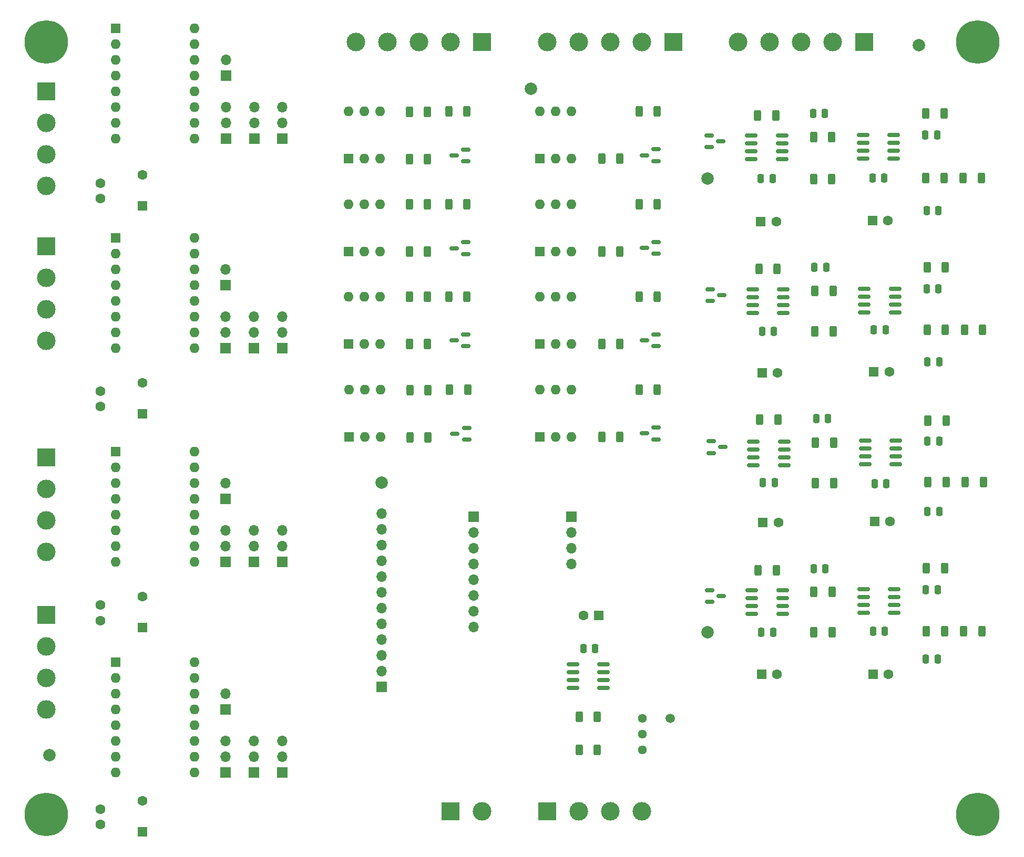
<source format=gbr>
%TF.GenerationSoftware,KiCad,Pcbnew,6.0.2+dfsg-1*%
%TF.CreationDate,2025-02-18T10:21:26-03:00*%
%TF.ProjectId,modulo_remoteapi_v1_1,6d6f6475-6c6f-45f7-9265-6d6f74656170,rev?*%
%TF.SameCoordinates,Original*%
%TF.FileFunction,Soldermask,Top*%
%TF.FilePolarity,Negative*%
%FSLAX46Y46*%
G04 Gerber Fmt 4.6, Leading zero omitted, Abs format (unit mm)*
G04 Created by KiCad (PCBNEW 6.0.2+dfsg-1) date 2025-02-18 10:21:26*
%MOMM*%
%LPD*%
G01*
G04 APERTURE LIST*
G04 Aperture macros list*
%AMRoundRect*
0 Rectangle with rounded corners*
0 $1 Rounding radius*
0 $2 $3 $4 $5 $6 $7 $8 $9 X,Y pos of 4 corners*
0 Add a 4 corners polygon primitive as box body*
4,1,4,$2,$3,$4,$5,$6,$7,$8,$9,$2,$3,0*
0 Add four circle primitives for the rounded corners*
1,1,$1+$1,$2,$3*
1,1,$1+$1,$4,$5*
1,1,$1+$1,$6,$7*
1,1,$1+$1,$8,$9*
0 Add four rect primitives between the rounded corners*
20,1,$1+$1,$2,$3,$4,$5,0*
20,1,$1+$1,$4,$5,$6,$7,0*
20,1,$1+$1,$6,$7,$8,$9,0*
20,1,$1+$1,$8,$9,$2,$3,0*%
G04 Aperture macros list end*
%ADD10RoundRect,0.250000X0.250000X0.475000X-0.250000X0.475000X-0.250000X-0.475000X0.250000X-0.475000X0*%
%ADD11RoundRect,0.150000X0.825000X0.150000X-0.825000X0.150000X-0.825000X-0.150000X0.825000X-0.150000X0*%
%ADD12C,2.000000*%
%ADD13C,7.000000*%
%ADD14R,1.600000X1.600000*%
%ADD15C,1.600000*%
%ADD16R,1.700000X1.700000*%
%ADD17O,1.700000X1.700000*%
%ADD18RoundRect,0.150000X-0.587500X-0.150000X0.587500X-0.150000X0.587500X0.150000X-0.587500X0.150000X0*%
%ADD19R,3.000000X3.000000*%
%ADD20C,3.000000*%
%ADD21O,1.600000X1.600000*%
%ADD22RoundRect,0.250000X0.312500X0.625000X-0.312500X0.625000X-0.312500X-0.625000X0.312500X-0.625000X0*%
%ADD23RoundRect,0.250000X-0.312500X-0.625000X0.312500X-0.625000X0.312500X0.625000X-0.312500X0.625000X0*%
%ADD24RoundRect,0.150000X0.587500X0.150000X-0.587500X0.150000X-0.587500X-0.150000X0.587500X-0.150000X0*%
%ADD25RoundRect,0.250000X-0.250000X-0.475000X0.250000X-0.475000X0.250000X0.475000X-0.250000X0.475000X0*%
%ADD26C,1.440000*%
%ADD27RoundRect,0.150000X-0.825000X-0.150000X0.825000X-0.150000X0.825000X0.150000X-0.825000X0.150000X0*%
%ADD28C,1.500000*%
G04 APERTURE END LIST*
D10*
%TO.C,C24*%
X-171220000Y-78075000D03*
X-173120000Y-78075000D03*
%TD*%
D11*
%TO.C,U2*%
X-178195000Y-94560000D03*
X-178195000Y-93290000D03*
X-178195000Y-92020000D03*
X-178195000Y-90750000D03*
X-183145000Y-90750000D03*
X-183145000Y-92020000D03*
X-183145000Y-93290000D03*
X-183145000Y-94560000D03*
%TD*%
D12*
%TO.C,FID5*%
X-208500000Y-48530000D03*
%TD*%
D13*
%TO.C,H1*%
X-315065000Y-26500000D03*
%TD*%
D14*
%TO.C,C21*%
X-199970000Y-55420000D03*
D15*
X-197470000Y-55420000D03*
%TD*%
D16*
%TO.C,J7*%
X-286130000Y-110280000D03*
D17*
X-286130000Y-107740000D03*
X-286130000Y-105200000D03*
%TD*%
D18*
%TO.C,D2*%
X-207955834Y-90850000D03*
X-207955834Y-92750000D03*
X-206080834Y-91800000D03*
%TD*%
D19*
%TO.C,J23*%
X-315065000Y-59440000D03*
D20*
X-315065000Y-64520000D03*
X-315065000Y-69600000D03*
X-315065000Y-74680000D03*
%TD*%
D14*
%TO.C,U11*%
X-266381666Y-60266666D03*
D21*
X-263841666Y-60266666D03*
X-261301666Y-60266666D03*
X-261301666Y-52646666D03*
X-263841666Y-52646666D03*
X-266381666Y-52646666D03*
%TD*%
D11*
%TO.C,U4*%
X-196195000Y-94705000D03*
X-196195000Y-93435000D03*
X-196195000Y-92165000D03*
X-196195000Y-90895000D03*
X-201145000Y-90895000D03*
X-201145000Y-92165000D03*
X-201145000Y-93435000D03*
X-201145000Y-94705000D03*
%TD*%
D22*
%TO.C,R40*%
X-222630834Y-60266666D03*
X-225555834Y-60266666D03*
%TD*%
%TO.C,R26*%
X-226292500Y-140600000D03*
X-229217500Y-140600000D03*
%TD*%
D18*
%TO.C,D4*%
X-208085834Y-66350000D03*
X-208085834Y-68250000D03*
X-206210834Y-67300000D03*
%TD*%
D16*
%TO.C,J25*%
X-286130000Y-134080000D03*
D17*
X-286130000Y-131540000D03*
%TD*%
D11*
%TO.C,U8*%
X-196325000Y-70205000D03*
X-196325000Y-68935000D03*
X-196325000Y-67665000D03*
X-196325000Y-66395000D03*
X-201275000Y-66395000D03*
X-201275000Y-67665000D03*
X-201275000Y-68935000D03*
X-201275000Y-70205000D03*
%TD*%
D10*
%TO.C,C10*%
X-171220000Y-102175000D03*
X-173120000Y-102175000D03*
%TD*%
D23*
%TO.C,R25*%
X-229217500Y-135300000D03*
X-226292500Y-135300000D03*
%TD*%
D15*
%TO.C,C6*%
X-306340000Y-51750000D03*
X-306340000Y-49250000D03*
%TD*%
D22*
%TO.C,R31*%
X-253537500Y-82588333D03*
X-256462500Y-82588333D03*
%TD*%
D16*
%TO.C,J4*%
X-281565000Y-144280000D03*
D17*
X-281565000Y-141740000D03*
X-281565000Y-139200000D03*
%TD*%
D14*
%TO.C,U12*%
X-266381666Y-75144999D03*
D21*
X-263841666Y-75144999D03*
X-261301666Y-75144999D03*
X-261301666Y-67524999D03*
X-263841666Y-67524999D03*
X-266381666Y-67524999D03*
%TD*%
D19*
%TO.C,J24*%
X-315065000Y-93460000D03*
D20*
X-315065000Y-98540000D03*
X-315065000Y-103620000D03*
X-315065000Y-108700000D03*
%TD*%
D16*
%TO.C,J6*%
X-277065000Y-144280000D03*
D17*
X-277065000Y-141740000D03*
X-277065000Y-139200000D03*
%TD*%
D11*
%TO.C,U1*%
X-178525000Y-45260000D03*
X-178525000Y-43990000D03*
X-178525000Y-42720000D03*
X-178525000Y-41450000D03*
X-183475000Y-41450000D03*
X-183475000Y-42720000D03*
X-183475000Y-43990000D03*
X-183475000Y-45260000D03*
%TD*%
D15*
%TO.C,C1*%
X-306340000Y-85250000D03*
X-306340000Y-82750000D03*
%TD*%
D14*
%TO.C,C8*%
X-299565000Y-52902651D03*
D15*
X-299565000Y-47902651D03*
%TD*%
D11*
%TO.C,U7*%
X-196455000Y-118705000D03*
X-196455000Y-117435000D03*
X-196455000Y-116165000D03*
X-196455000Y-114895000D03*
X-201405000Y-114895000D03*
X-201405000Y-116165000D03*
X-201405000Y-117435000D03*
X-201405000Y-118705000D03*
%TD*%
D16*
%TO.C,J10*%
X-286065000Y-42050000D03*
D17*
X-286065000Y-39510000D03*
X-286065000Y-36970000D03*
%TD*%
D24*
%TO.C,Q7*%
X-216795834Y-75514999D03*
X-216795834Y-73614999D03*
X-218670834Y-74564999D03*
%TD*%
D25*
%TO.C,C20*%
X-199620000Y-97550000D03*
X-197720000Y-97550000D03*
%TD*%
%TO.C,C33*%
X-199880000Y-121635000D03*
X-197980000Y-121635000D03*
%TD*%
D22*
%TO.C,R11*%
X-197537500Y-38300000D03*
X-200462500Y-38300000D03*
%TD*%
D14*
%TO.C,C30*%
X-181750000Y-79655000D03*
D15*
X-179250000Y-79655000D03*
%TD*%
D14*
%TO.C,C29*%
X-181880000Y-128395000D03*
D15*
X-179380000Y-128395000D03*
%TD*%
D11*
%TO.C,U6*%
X-178325000Y-70060000D03*
X-178325000Y-68790000D03*
X-178325000Y-67520000D03*
X-178325000Y-66250000D03*
X-183275000Y-66250000D03*
X-183275000Y-67520000D03*
X-183275000Y-68790000D03*
X-183275000Y-70060000D03*
%TD*%
D12*
%TO.C,FID4*%
X-261000000Y-97500000D03*
%TD*%
D10*
%TO.C,C12*%
X-171220000Y-90805000D03*
X-173120000Y-90805000D03*
%TD*%
D24*
%TO.C,Q1*%
X-247342500Y-90578333D03*
X-247342500Y-88678333D03*
X-249217500Y-89628333D03*
%TD*%
D14*
%TO.C,C7*%
X-299565000Y-120902651D03*
D15*
X-299565000Y-115902651D03*
%TD*%
D14*
%TO.C,U16*%
X-235525000Y-75144999D03*
D21*
X-232985000Y-75144999D03*
X-230445000Y-75144999D03*
X-230445000Y-67524999D03*
X-232985000Y-67524999D03*
X-235525000Y-67524999D03*
%TD*%
D22*
%TO.C,R2*%
X-164090000Y-97415000D03*
X-167015000Y-97415000D03*
%TD*%
D24*
%TO.C,Q5*%
X-216795834Y-90543333D03*
X-216795834Y-88643333D03*
X-218670834Y-89593333D03*
%TD*%
D14*
%TO.C,C4*%
X-299565000Y-153800302D03*
D15*
X-299565000Y-148800302D03*
%TD*%
D10*
%TO.C,C17*%
X-189630000Y-38040000D03*
X-191530000Y-38040000D03*
%TD*%
D19*
%TO.C,J21*%
X-249951666Y-150500000D03*
D20*
X-244871666Y-150500000D03*
%TD*%
D22*
%TO.C,R4*%
X-170127500Y-97415000D03*
X-173052500Y-97415000D03*
%TD*%
D16*
%TO.C,J5*%
X-277065000Y-75890000D03*
D17*
X-277065000Y-73350000D03*
X-277065000Y-70810000D03*
%TD*%
D16*
%TO.C,J8*%
X-281565000Y-110280000D03*
D17*
X-281565000Y-107740000D03*
X-281565000Y-105200000D03*
%TD*%
D14*
%TO.C,C16*%
X-181620000Y-103785000D03*
D15*
X-179120000Y-103785000D03*
%TD*%
D14*
%TO.C,C36*%
X-199750000Y-79800000D03*
D15*
X-197250000Y-79800000D03*
%TD*%
D23*
%TO.C,R9*%
X-191462500Y-48550000D03*
X-188537500Y-48550000D03*
%TD*%
D24*
%TO.C,Q6*%
X-216795834Y-60636666D03*
X-216795834Y-58736666D03*
X-218670834Y-59686666D03*
%TD*%
D14*
%TO.C,C35*%
X-199842379Y-128395000D03*
D15*
X-197342379Y-128395000D03*
%TD*%
D13*
%TO.C,H4*%
X-165000000Y-151000000D03*
%TD*%
D19*
%TO.C,J20*%
X-315065000Y-34430000D03*
D20*
X-315065000Y-39510000D03*
X-315065000Y-44590000D03*
X-315065000Y-49670000D03*
%TD*%
D13*
%TO.C,H2*%
X-165000000Y-26500000D03*
%TD*%
D23*
%TO.C,R10*%
X-191132500Y-97570000D03*
X-188207500Y-97570000D03*
%TD*%
D13*
%TO.C,H3*%
X-315065000Y-151000000D03*
%TD*%
D14*
%TO.C,U17*%
X-235525000Y-45323333D03*
D21*
X-232985000Y-45323333D03*
X-230445000Y-45323333D03*
X-230445000Y-37703333D03*
X-232985000Y-37703333D03*
X-235525000Y-37703333D03*
%TD*%
D22*
%TO.C,R20*%
X-188337500Y-66600000D03*
X-191262500Y-66600000D03*
%TD*%
D14*
%TO.C,C3*%
X-299565000Y-86402651D03*
D15*
X-299565000Y-81402651D03*
%TD*%
D14*
%TO.C,C15*%
X-181970000Y-55275000D03*
D15*
X-179470000Y-55275000D03*
%TD*%
D14*
%TO.C,A1*%
X-303905000Y-58110000D03*
D21*
X-303905000Y-60650000D03*
X-303905000Y-63190000D03*
X-303905000Y-65730000D03*
X-303905000Y-68270000D03*
X-303905000Y-70810000D03*
X-303905000Y-73350000D03*
X-303905000Y-75890000D03*
X-291205000Y-75890000D03*
X-291205000Y-73350000D03*
X-291205000Y-70810000D03*
X-291205000Y-68270000D03*
X-291205000Y-65730000D03*
X-291205000Y-63190000D03*
X-291205000Y-60650000D03*
X-291205000Y-58110000D03*
%TD*%
D23*
%TO.C,R22*%
X-191262500Y-73170000D03*
X-188337500Y-73170000D03*
%TD*%
%TO.C,R34*%
X-250202500Y-37703333D03*
X-247277500Y-37703333D03*
%TD*%
D14*
%TO.C,U15*%
X-235525000Y-60266666D03*
D21*
X-232985000Y-60266666D03*
X-230445000Y-60266666D03*
X-230445000Y-52646666D03*
X-232985000Y-52646666D03*
X-235525000Y-52646666D03*
%TD*%
D22*
%TO.C,R23*%
X-197467500Y-111635000D03*
X-200392500Y-111635000D03*
%TD*%
%TO.C,R5*%
X-170457500Y-38025000D03*
X-173382500Y-38025000D03*
%TD*%
%TO.C,R30*%
X-253637500Y-60301666D03*
X-256562500Y-60301666D03*
%TD*%
D14*
%TO.C,A3*%
X-303905000Y-92500000D03*
D21*
X-303905000Y-95040000D03*
X-303905000Y-97580000D03*
X-303905000Y-100120000D03*
X-303905000Y-102660000D03*
X-303905000Y-105200000D03*
X-303905000Y-107740000D03*
X-303905000Y-110280000D03*
X-291205000Y-110280000D03*
X-291205000Y-107740000D03*
X-291205000Y-105200000D03*
X-291205000Y-102660000D03*
X-291205000Y-100120000D03*
X-291205000Y-97580000D03*
X-291205000Y-95040000D03*
X-291205000Y-92500000D03*
%TD*%
D22*
%TO.C,R1*%
X-164420000Y-48395000D03*
X-167345000Y-48395000D03*
%TD*%
D24*
%TO.C,Q8*%
X-216795834Y-45693333D03*
X-216795834Y-43793333D03*
X-218670834Y-44743333D03*
%TD*%
D10*
%TO.C,C31*%
X-189560000Y-111375000D03*
X-191460000Y-111375000D03*
%TD*%
D14*
%TO.C,A4*%
X-303840000Y-24270000D03*
D21*
X-303840000Y-26810000D03*
X-303840000Y-29350000D03*
X-303840000Y-31890000D03*
X-303840000Y-34430000D03*
X-303840000Y-36970000D03*
X-303840000Y-39510000D03*
X-303840000Y-42050000D03*
X-291140000Y-42050000D03*
X-291140000Y-39510000D03*
X-291140000Y-36970000D03*
X-291140000Y-34430000D03*
X-291140000Y-31890000D03*
X-291140000Y-29350000D03*
X-291140000Y-26810000D03*
X-291140000Y-24270000D03*
%TD*%
D19*
%TO.C,J16*%
X-234335000Y-150500000D03*
D20*
X-229255000Y-150500000D03*
X-224175000Y-150500000D03*
X-219095000Y-150500000D03*
%TD*%
D10*
%TO.C,C23*%
X-171480000Y-126010000D03*
X-173380000Y-126010000D03*
%TD*%
D14*
%TO.C,C22*%
X-199620000Y-103930000D03*
D15*
X-197120000Y-103930000D03*
%TD*%
D14*
%TO.C,C38*%
X-226030000Y-118945000D03*
D15*
X-228530000Y-118945000D03*
%TD*%
D14*
%TO.C,A2*%
X-303905000Y-126500000D03*
D21*
X-303905000Y-129040000D03*
X-303905000Y-131580000D03*
X-303905000Y-134120000D03*
X-303905000Y-136660000D03*
X-303905000Y-139200000D03*
X-303905000Y-141740000D03*
X-303905000Y-144280000D03*
X-291205000Y-144280000D03*
X-291205000Y-141740000D03*
X-291205000Y-139200000D03*
X-291205000Y-136660000D03*
X-291205000Y-134120000D03*
X-291205000Y-131580000D03*
X-291205000Y-129040000D03*
X-291205000Y-126500000D03*
%TD*%
D25*
%TO.C,C28*%
X-181750000Y-72905000D03*
X-179850000Y-72905000D03*
%TD*%
D22*
%TO.C,R36*%
X-253637500Y-45358333D03*
X-256562500Y-45358333D03*
%TD*%
D14*
%TO.C,U10*%
X-266281666Y-90173333D03*
D21*
X-263741666Y-90173333D03*
X-261201666Y-90173333D03*
X-261201666Y-82553333D03*
X-263741666Y-82553333D03*
X-266281666Y-82553333D03*
%TD*%
D14*
%TO.C,U13*%
X-266381666Y-45323333D03*
D21*
X-263841666Y-45323333D03*
X-261301666Y-45323333D03*
X-261301666Y-37703333D03*
X-263841666Y-37703333D03*
X-266381666Y-37703333D03*
%TD*%
D25*
%TO.C,C27*%
X-181880000Y-121490000D03*
X-179980000Y-121490000D03*
%TD*%
D16*
%TO.C,J28*%
X-286065000Y-31890000D03*
D17*
X-286065000Y-29350000D03*
%TD*%
D15*
%TO.C,C2*%
X-306340000Y-152647651D03*
X-306340000Y-150147651D03*
%TD*%
D22*
%TO.C,R35*%
X-253637500Y-75179999D03*
X-256562500Y-75179999D03*
%TD*%
D10*
%TO.C,C32*%
X-189430000Y-62790000D03*
X-191330000Y-62790000D03*
%TD*%
D16*
%TO.C,J3*%
X-281565000Y-75890000D03*
D17*
X-281565000Y-73350000D03*
X-281565000Y-70810000D03*
%TD*%
D12*
%TO.C,FID1*%
X-174500000Y-27000000D03*
%TD*%
D23*
%TO.C,R41*%
X-219555834Y-82553333D03*
X-216630834Y-82553333D03*
%TD*%
D10*
%TO.C,C25*%
X-171480000Y-114805000D03*
X-173380000Y-114805000D03*
%TD*%
D19*
%TO.C,J22*%
X-315000000Y-118880000D03*
D20*
X-315000000Y-123960000D03*
X-315000000Y-129040000D03*
X-315000000Y-134120000D03*
%TD*%
D14*
%TO.C,U14*%
X-235525000Y-90173333D03*
D21*
X-232985000Y-90173333D03*
X-230445000Y-90173333D03*
X-230445000Y-82553333D03*
X-232985000Y-82553333D03*
X-235525000Y-82553333D03*
%TD*%
D10*
%TO.C,C11*%
X-171550000Y-41505000D03*
X-173450000Y-41505000D03*
%TD*%
D22*
%TO.C,R44*%
X-222630834Y-45323333D03*
X-225555834Y-45323333D03*
%TD*%
D16*
%TO.C,J15*%
X-261000000Y-130475000D03*
D17*
X-261000000Y-127935000D03*
X-261000000Y-125395000D03*
X-261000000Y-122855000D03*
X-261000000Y-120315000D03*
X-261000000Y-117775000D03*
X-261000000Y-115235000D03*
X-261000000Y-112695000D03*
X-261000000Y-110155000D03*
X-261000000Y-107615000D03*
X-261000000Y-105075000D03*
X-261000000Y-102535000D03*
%TD*%
D22*
%TO.C,R19*%
X-188467500Y-115100000D03*
X-191392500Y-115100000D03*
%TD*%
%TO.C,R7*%
X-188537500Y-41800000D03*
X-191462500Y-41800000D03*
%TD*%
D25*
%TO.C,C14*%
X-181620000Y-97710000D03*
X-179720000Y-97710000D03*
%TD*%
D16*
%TO.C,J9*%
X-277065000Y-110280000D03*
D17*
X-277065000Y-107740000D03*
X-277065000Y-105200000D03*
%TD*%
D22*
%TO.C,R39*%
X-222630834Y-90173333D03*
X-225555834Y-90173333D03*
%TD*%
%TO.C,R18*%
X-170257500Y-62775000D03*
X-173182500Y-62775000D03*
%TD*%
%TO.C,R12*%
X-197207500Y-87370000D03*
X-200132500Y-87370000D03*
%TD*%
D19*
%TO.C,J17*%
X-244871666Y-26500000D03*
D20*
X-249951666Y-26500000D03*
X-255031666Y-26500000D03*
X-260111666Y-26500000D03*
X-265191666Y-26500000D03*
%TD*%
D16*
%TO.C,J2*%
X-286130000Y-144280000D03*
D17*
X-286130000Y-141740000D03*
X-286130000Y-139200000D03*
%TD*%
D22*
%TO.C,R43*%
X-222630834Y-75144999D03*
X-225555834Y-75144999D03*
%TD*%
D10*
%TO.C,C26*%
X-171350000Y-66305000D03*
X-173250000Y-66305000D03*
%TD*%
D22*
%TO.C,R24*%
X-197337500Y-63050000D03*
X-200262500Y-63050000D03*
%TD*%
D16*
%TO.C,J12*%
X-277000000Y-42050000D03*
D17*
X-277000000Y-39510000D03*
X-277000000Y-36970000D03*
%TD*%
D10*
%TO.C,C37*%
X-226630000Y-124245000D03*
X-228530000Y-124245000D03*
%TD*%
D23*
%TO.C,R33*%
X-250202500Y-67524999D03*
X-247277500Y-67524999D03*
%TD*%
D10*
%TO.C,C18*%
X-189110000Y-87180000D03*
X-191010000Y-87180000D03*
%TD*%
D15*
%TO.C,C5*%
X-306340000Y-119750000D03*
X-306340000Y-117250000D03*
%TD*%
D23*
%TO.C,R28*%
X-250202500Y-52646666D03*
X-247277500Y-52646666D03*
%TD*%
D16*
%TO.C,J14*%
X-230445000Y-103000000D03*
D17*
X-230445000Y-105540000D03*
X-230445000Y-108080000D03*
X-230445000Y-110620000D03*
%TD*%
D22*
%TO.C,R37*%
X-253637500Y-67559999D03*
X-256562500Y-67559999D03*
%TD*%
%TO.C,R38*%
X-253637500Y-37738333D03*
X-256562500Y-37738333D03*
%TD*%
D19*
%TO.C,J19*%
X-214015000Y-26500000D03*
D20*
X-219095000Y-26500000D03*
X-224175000Y-26500000D03*
X-229255000Y-26500000D03*
X-234335000Y-26500000D03*
%TD*%
D23*
%TO.C,R42*%
X-219555834Y-52646666D03*
X-216630834Y-52646666D03*
%TD*%
D22*
%TO.C,R13*%
X-164350000Y-121500000D03*
X-167275000Y-121500000D03*
%TD*%
D18*
%TO.C,D3*%
X-208215834Y-114850000D03*
X-208215834Y-116750000D03*
X-206340834Y-115800000D03*
%TD*%
D16*
%TO.C,J11*%
X-281500000Y-42050000D03*
D17*
X-281500000Y-39510000D03*
X-281500000Y-36970000D03*
%TD*%
D22*
%TO.C,R17*%
X-170387500Y-111360000D03*
X-173312500Y-111360000D03*
%TD*%
D16*
%TO.C,J27*%
X-286130000Y-100120000D03*
D17*
X-286130000Y-97580000D03*
%TD*%
D23*
%TO.C,R46*%
X-219555834Y-37703333D03*
X-216630834Y-37703333D03*
%TD*%
D12*
%TO.C,FID2*%
X-314500000Y-141500000D03*
%TD*%
D23*
%TO.C,R27*%
X-250102500Y-82553333D03*
X-247177500Y-82553333D03*
%TD*%
D16*
%TO.C,J13*%
X-246210000Y-103000000D03*
D17*
X-246210000Y-105540000D03*
X-246210000Y-108080000D03*
X-246210000Y-110620000D03*
X-246210000Y-113160000D03*
X-246210000Y-115700000D03*
X-246210000Y-118240000D03*
X-246210000Y-120780000D03*
%TD*%
D22*
%TO.C,R29*%
X-253537500Y-90208333D03*
X-256462500Y-90208333D03*
%TD*%
D26*
%TO.C,RV1*%
X-219065000Y-140580000D03*
X-219065000Y-138040000D03*
X-219065000Y-135500000D03*
%TD*%
D22*
%TO.C,R16*%
X-170257500Y-72915000D03*
X-173182500Y-72915000D03*
%TD*%
D24*
%TO.C,Q2*%
X-247442500Y-60671666D03*
X-247442500Y-58771666D03*
X-249317500Y-59721666D03*
%TD*%
D11*
%TO.C,U3*%
X-196525000Y-45405000D03*
X-196525000Y-44135000D03*
X-196525000Y-42865000D03*
X-196525000Y-41595000D03*
X-201475000Y-41595000D03*
X-201475000Y-42865000D03*
X-201475000Y-44135000D03*
X-201475000Y-45405000D03*
%TD*%
D27*
%TO.C,U9*%
X-230230000Y-126795000D03*
X-230230000Y-128065000D03*
X-230230000Y-129335000D03*
X-230230000Y-130605000D03*
X-225280000Y-130605000D03*
X-225280000Y-129335000D03*
X-225280000Y-128065000D03*
X-225280000Y-126795000D03*
%TD*%
D24*
%TO.C,Q4*%
X-247442500Y-45728333D03*
X-247442500Y-43828333D03*
X-249317500Y-44778333D03*
%TD*%
D19*
%TO.C,J18*%
X-183340000Y-26500000D03*
D20*
X-188420000Y-26500000D03*
X-193500000Y-26500000D03*
X-198580000Y-26500000D03*
X-203660000Y-26500000D03*
%TD*%
D10*
%TO.C,C9*%
X-171350000Y-53625000D03*
X-173250000Y-53625000D03*
%TD*%
D18*
%TO.C,D1*%
X-208285834Y-41550000D03*
X-208285834Y-43450000D03*
X-206410834Y-42500000D03*
%TD*%
D22*
%TO.C,R14*%
X-164220000Y-72915000D03*
X-167145000Y-72915000D03*
%TD*%
D23*
%TO.C,R45*%
X-219555834Y-67524999D03*
X-216630834Y-67524999D03*
%TD*%
D25*
%TO.C,C34*%
X-199750000Y-73170000D03*
X-197850000Y-73170000D03*
%TD*%
D22*
%TO.C,R15*%
X-170387500Y-121500000D03*
X-173312500Y-121500000D03*
%TD*%
D12*
%TO.C,FID6*%
X-208500000Y-121635000D03*
%TD*%
D16*
%TO.C,J1*%
X-286130000Y-75890000D03*
D17*
X-286130000Y-73350000D03*
X-286130000Y-70810000D03*
%TD*%
D25*
%TO.C,C13*%
X-181950000Y-48385000D03*
X-180050000Y-48385000D03*
%TD*%
D22*
%TO.C,R32*%
X-253637500Y-52681666D03*
X-256562500Y-52681666D03*
%TD*%
%TO.C,R8*%
X-188207500Y-91100000D03*
X-191132500Y-91100000D03*
%TD*%
%TO.C,R3*%
X-170457500Y-48395000D03*
X-173382500Y-48395000D03*
%TD*%
D28*
%TO.C,TP5*%
X-214500000Y-135500000D03*
%TD*%
D16*
%TO.C,J26*%
X-286130000Y-65730000D03*
D17*
X-286130000Y-63190000D03*
%TD*%
D22*
%TO.C,R6*%
X-170127500Y-87525000D03*
X-173052500Y-87525000D03*
%TD*%
D25*
%TO.C,C19*%
X-199950000Y-48530000D03*
X-198050000Y-48530000D03*
%TD*%
D11*
%TO.C,U5*%
X-178455000Y-118560000D03*
X-178455000Y-117290000D03*
X-178455000Y-116020000D03*
X-178455000Y-114750000D03*
X-183405000Y-114750000D03*
X-183405000Y-116020000D03*
X-183405000Y-117290000D03*
X-183405000Y-118560000D03*
%TD*%
D23*
%TO.C,R21*%
X-191392500Y-121655000D03*
X-188467500Y-121655000D03*
%TD*%
D24*
%TO.C,Q3*%
X-247442500Y-75549999D03*
X-247442500Y-73649999D03*
X-249317500Y-74599999D03*
%TD*%
D12*
%TO.C,FID3*%
X-237000000Y-34000000D03*
%TD*%
M02*

</source>
